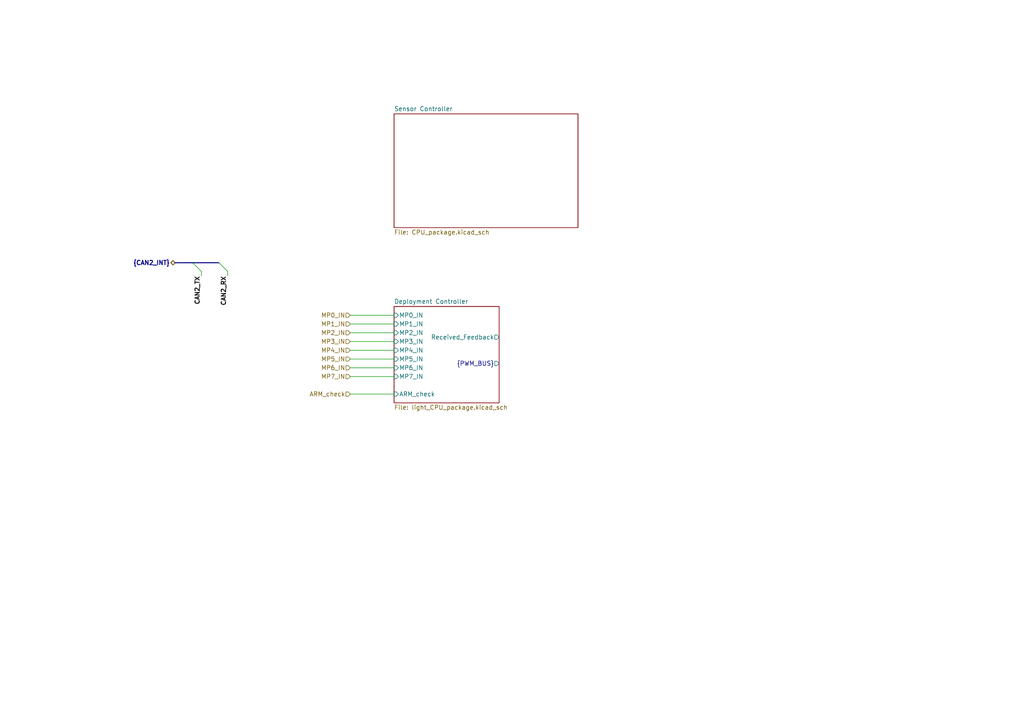
<source format=kicad_sch>
(kicad_sch
	(version 20250114)
	(generator "eeschema")
	(generator_version "9.0")
	(uuid "dd97591a-9eaa-4a60-8258-697d7170701a")
	(paper "A4")
	(title_block
		(title "Sensor MCU")
		(date "2025-08-23")
		(rev "0")
	)
	(lib_symbols)
	(bus_entry
		(at 58.42 78.74)
		(size -2.54 -2.54)
		(stroke
			(width 0)
			(type default)
		)
		(uuid "3ac53ebb-a6df-4334-9566-5c2e594cae2a")
	)
	(bus_entry
		(at 66.04 78.74)
		(size -2.54 -2.54)
		(stroke
			(width 0)
			(type default)
		)
		(uuid "fa441776-b089-488d-a719-2da71f3d631d")
	)
	(wire
		(pts
			(xy 101.6 91.44) (xy 114.3 91.44)
		)
		(stroke
			(width 0)
			(type default)
		)
		(uuid "262d6935-faf7-4a48-a4a5-8a44ab555662")
	)
	(wire
		(pts
			(xy 101.6 106.68) (xy 114.3 106.68)
		)
		(stroke
			(width 0)
			(type default)
		)
		(uuid "33b172d3-8d64-493c-b70b-15a20275c0a8")
	)
	(wire
		(pts
			(xy 101.6 104.14) (xy 114.3 104.14)
		)
		(stroke
			(width 0)
			(type default)
		)
		(uuid "4182d4f1-06fe-42b4-8307-07c49c666745")
	)
	(wire
		(pts
			(xy 66.04 80.01) (xy 66.04 78.74)
		)
		(stroke
			(width 0)
			(type default)
		)
		(uuid "41a531b1-a655-4a45-b6ac-665639849746")
	)
	(wire
		(pts
			(xy 58.42 80.01) (xy 58.42 78.74)
		)
		(stroke
			(width 0)
			(type default)
		)
		(uuid "44841fc8-7b6f-4104-8a4a-ea0f0076a5c8")
	)
	(wire
		(pts
			(xy 101.6 93.98) (xy 114.3 93.98)
		)
		(stroke
			(width 0)
			(type default)
		)
		(uuid "4bc29fdf-8d5a-4a0c-98d0-de9e97646299")
	)
	(wire
		(pts
			(xy 101.6 99.06) (xy 114.3 99.06)
		)
		(stroke
			(width 0)
			(type default)
		)
		(uuid "4f58b153-ef1e-4f0d-a619-017695237c19")
	)
	(wire
		(pts
			(xy 101.6 101.6) (xy 114.3 101.6)
		)
		(stroke
			(width 0)
			(type default)
		)
		(uuid "8072223b-5beb-41ad-8184-3d3b95c616d3")
	)
	(wire
		(pts
			(xy 101.6 114.3) (xy 114.3 114.3)
		)
		(stroke
			(width 0)
			(type default)
		)
		(uuid "b51e019d-6255-4659-af0d-75599fe6e203")
	)
	(wire
		(pts
			(xy 101.6 109.22) (xy 114.3 109.22)
		)
		(stroke
			(width 0)
			(type default)
		)
		(uuid "bd846949-ee30-4682-ba83-df665048f3ff")
	)
	(wire
		(pts
			(xy 101.6 96.52) (xy 114.3 96.52)
		)
		(stroke
			(width 0)
			(type default)
		)
		(uuid "c345f14d-1ba8-49eb-a0fc-885b543d6db2")
	)
	(bus
		(pts
			(xy 55.88 76.2) (xy 50.8 76.2)
		)
		(stroke
			(width 0)
			(type default)
		)
		(uuid "ca0a77b3-73fb-4cb3-99f2-b90f928dc3bf")
	)
	(bus
		(pts
			(xy 63.5 76.2) (xy 55.88 76.2)
		)
		(stroke
			(width 0)
			(type default)
		)
		(uuid "de5ea4b1-81c1-403b-b978-064435ac8b21")
	)
	(label "CAN2_RX"
		(at 66.04 80.01 270)
		(effects
			(font
				(size 1.27 1.27)
				(bold yes)
			)
			(justify right bottom)
		)
		(uuid "417abd9f-3e24-4c9f-a9a2-b00880b6af8b")
	)
	(label "CAN2_TX"
		(at 58.42 80.01 270)
		(effects
			(font
				(size 1.27 1.27)
				(bold yes)
			)
			(justify right bottom)
		)
		(uuid "cd30511b-b2d2-47ce-ad2c-d8eff3f8caab")
	)
	(hierarchical_label "MP5_IN"
		(shape input)
		(at 101.6 104.14 180)
		(effects
			(font
				(size 1.27 1.27)
			)
			(justify right)
		)
		(uuid "172a97b8-1442-4653-8204-38ebcb798126")
	)
	(hierarchical_label "MP1_IN"
		(shape input)
		(at 101.6 93.98 180)
		(effects
			(font
				(size 1.27 1.27)
			)
			(justify right)
		)
		(uuid "1b0b9b0e-cdfb-4d0a-90dc-2316decceaec")
	)
	(hierarchical_label "MP0_IN"
		(shape input)
		(at 101.6 91.44 180)
		(effects
			(font
				(size 1.27 1.27)
			)
			(justify right)
		)
		(uuid "2ed50119-9306-4b82-b1c2-cb773a50e932")
	)
	(hierarchical_label "MP7_IN"
		(shape input)
		(at 101.6 109.22 180)
		(effects
			(font
				(size 1.27 1.27)
			)
			(justify right)
		)
		(uuid "4193fae9-6af6-42d9-9f00-f17a031fad0e")
	)
	(hierarchical_label "MP3_IN"
		(shape input)
		(at 101.6 99.06 180)
		(effects
			(font
				(size 1.27 1.27)
			)
			(justify right)
		)
		(uuid "6963c698-902f-4f3a-a21b-a0a782414435")
	)
	(hierarchical_label "MP4_IN"
		(shape input)
		(at 101.6 101.6 180)
		(effects
			(font
				(size 1.27 1.27)
			)
			(justify right)
		)
		(uuid "91ff6a5b-2587-44bc-ad71-2112478ddfbf")
	)
	(hierarchical_label "{CAN2_INT}"
		(shape bidirectional)
		(at 50.8 76.2 180)
		(effects
			(font
				(size 1.27 1.27)
				(bold yes)
			)
			(justify right)
		)
		(uuid "94f0b22c-983f-47a1-9858-59d1ab8e0e9a")
	)
	(hierarchical_label "ARM_check"
		(shape input)
		(at 101.6 114.3 180)
		(effects
			(font
				(size 1.27 1.27)
			)
			(justify right)
		)
		(uuid "963be00e-8b37-4ddf-852b-ec22a286c26d")
	)
	(hierarchical_label "MP6_IN"
		(shape input)
		(at 101.6 106.68 180)
		(effects
			(font
				(size 1.27 1.27)
			)
			(justify right)
		)
		(uuid "dc596941-b0ca-4683-b94e-f19dbc86f157")
	)
	(hierarchical_label "MP2_IN"
		(shape input)
		(at 101.6 96.52 180)
		(effects
			(font
				(size 1.27 1.27)
			)
			(justify right)
		)
		(uuid "fa31fdf2-1a13-4098-b0a0-bca1a870ef6b")
	)
	(sheet
		(at 114.3 33.02)
		(size 53.34 33.02)
		(exclude_from_sim no)
		(in_bom yes)
		(on_board yes)
		(dnp no)
		(fields_autoplaced yes)
		(stroke
			(width 0.1524)
			(type solid)
		)
		(fill
			(color 0 0 0 0.0000)
		)
		(uuid "bb256d9c-6f98-4f4a-b627-50239ee51d58")
		(property "Sheetname" "Sensor Controller"
			(at 114.3 32.3084 0)
			(effects
				(font
					(size 1.27 1.27)
				)
				(justify left bottom)
			)
		)
		(property "Sheetfile" "CPU_package.kicad_sch"
			(at 114.3 66.6246 0)
			(effects
				(font
					(size 1.27 1.27)
				)
				(justify left top)
			)
		)
		(instances
			(project "UNY-RS-RAT-001-PCB-01"
				(path "/4c27cf79-fa69-4feb-8387-cce7f127887f/58102767-6eb0-4584-b997-4e42ba1c55fe"
					(page "10")
				)
			)
		)
	)
	(sheet
		(at 114.3 88.9)
		(size 30.48 27.94)
		(exclude_from_sim no)
		(in_bom yes)
		(on_board yes)
		(dnp no)
		(fields_autoplaced yes)
		(stroke
			(width 0.1524)
			(type solid)
		)
		(fill
			(color 0 0 0 0.0000)
		)
		(uuid "eb7d48f8-3dc7-4d59-a2d8-b4e04c5cc093")
		(property "Sheetname" "Deployment Controller"
			(at 114.3 88.1884 0)
			(effects
				(font
					(size 1.27 1.27)
				)
				(justify left bottom)
			)
		)
		(property "Sheetfile" "light_CPU_package.kicad_sch"
			(at 114.3 117.4246 0)
			(effects
				(font
					(size 1.27 1.27)
				)
				(justify left top)
			)
		)
		(pin "ARM_check" input
			(at 114.3 114.3 180)
			(uuid "4cd0c247-aaf0-4c82-b8d5-1716725dbe4a")
			(effects
				(font
					(size 1.27 1.27)
				)
				(justify left)
			)
		)
		(pin "MP0_IN" input
			(at 114.3 91.44 180)
			(uuid "489f8f2a-751e-4665-8a44-38a483243f07")
			(effects
				(font
					(size 1.27 1.27)
				)
				(justify left)
			)
		)
		(pin "MP1_IN" input
			(at 114.3 93.98 180)
			(uuid "99eaab54-5966-4123-8f84-88c753feeb42")
			(effects
				(font
					(size 1.27 1.27)
				)
				(justify left)
			)
		)
		(pin "MP2_IN" input
			(at 114.3 96.52 180)
			(uuid "5d0952f7-571b-46fd-87b4-511e26403cfd")
			(effects
				(font
					(size 1.27 1.27)
				)
				(justify left)
			)
		)
		(pin "MP3_IN" input
			(at 114.3 99.06 180)
			(uuid "50da7d49-6552-4599-ab2a-fa46fda730e2")
			(effects
				(font
					(size 1.27 1.27)
				)
				(justify left)
			)
		)
		(pin "MP4_IN" input
			(at 114.3 101.6 180)
			(uuid "9a413ecd-231a-445a-9327-c83e6c9d1af7")
			(effects
				(font
					(size 1.27 1.27)
				)
				(justify left)
			)
		)
		(pin "MP5_IN" input
			(at 114.3 104.14 180)
			(uuid "253d44c7-8bb6-40ef-83af-dd02764efacf")
			(effects
				(font
					(size 1.27 1.27)
				)
				(justify left)
			)
		)
		(pin "MP6_IN" input
			(at 114.3 106.68 180)
			(uuid "1366aff8-059d-4726-b524-8995edd3ac6c")
			(effects
				(font
					(size 1.27 1.27)
				)
				(justify left)
			)
		)
		(pin "MP7_IN" input
			(at 114.3 109.22 180)
			(uuid "58f9546f-e6e3-44fc-ae1f-7a5a708d15ec")
			(effects
				(font
					(size 1.27 1.27)
				)
				(justify left)
			)
		)
		(pin "Received_Feedback" output
			(at 144.78 97.79 0)
			(uuid "dcaa4b95-4ea6-4583-b83e-642d69d31957")
			(effects
				(font
					(size 1.27 1.27)
				)
				(justify right)
			)
		)
		(pin "{PWM_BUS}" output
			(at 144.78 105.41 0)
			(uuid "58ecbe23-894f-4391-962f-c2e0da79daf5")
			(effects
				(font
					(size 1.27 1.27)
				)
				(justify right)
			)
		)
		(instances
			(project "UNY-RS-RAT-001-PCB-01"
				(path "/4c27cf79-fa69-4feb-8387-cce7f127887f/58102767-6eb0-4584-b997-4e42ba1c55fe"
					(page "11")
				)
			)
		)
	)
)

</source>
